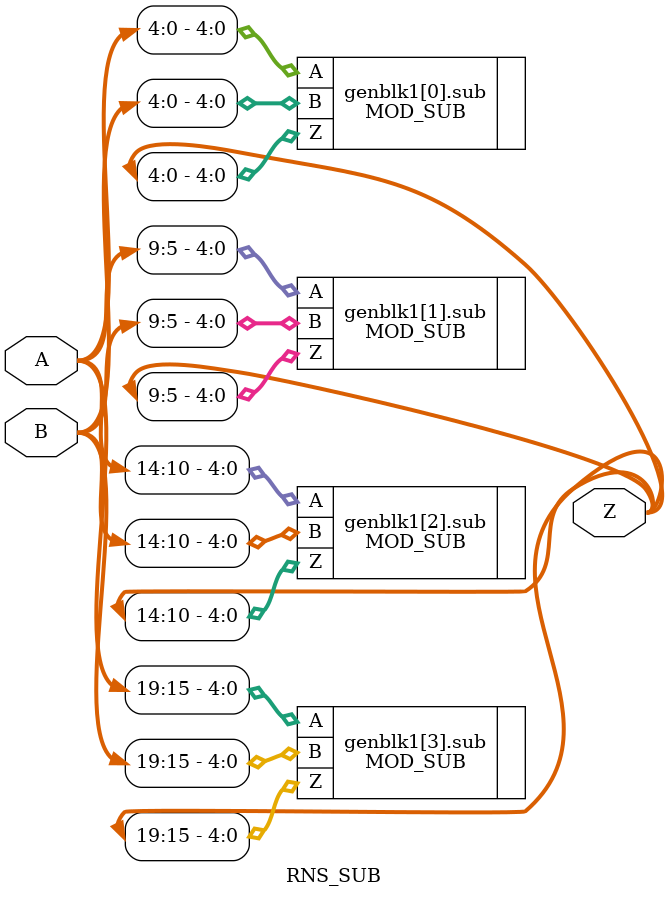
<source format=v>
`timescale 1ns / 1ps


module RNS_SUB
#(
    parameter CH_BW        = 5,                           //RNS channel bitwidth
    parameter N_CHANNELS   = 4,                            //Number of RNS channels
    parameter RNS_BW = CH_BW * N_CHANNELS,                 //total RNS buswidth
    parameter RNS_MOD = {5'd7, 5'd9, 5'd11, 5'd13}       //RNS channels
    )
    (
    input  wire  [RNS_BW-1:0] A,
    input  wire  [RNS_BW-1:0] B,
    output wire  [RNS_BW-1:0] Z
    )
    ;
    
    genvar i;
    generate
        for (i = 0; i < N_CHANNELS; i = i + 1) begin 
            MOD_SUB #(RNS_MOD[CH_BW*i +:CH_BW],CH_BW) sub (.A(A[CH_BW*i +:CH_BW]),.B(B[CH_BW*i +:CH_BW]),.Z(Z[CH_BW*i +:CH_BW]));
        end
    endgenerate


//MOD_SUB #(CH_BW) add[N_CHANNELS-1:0] (.A(A),.B(B),.M(RNS_MOD),.Z(Z)); 
   
endmodule

</source>
